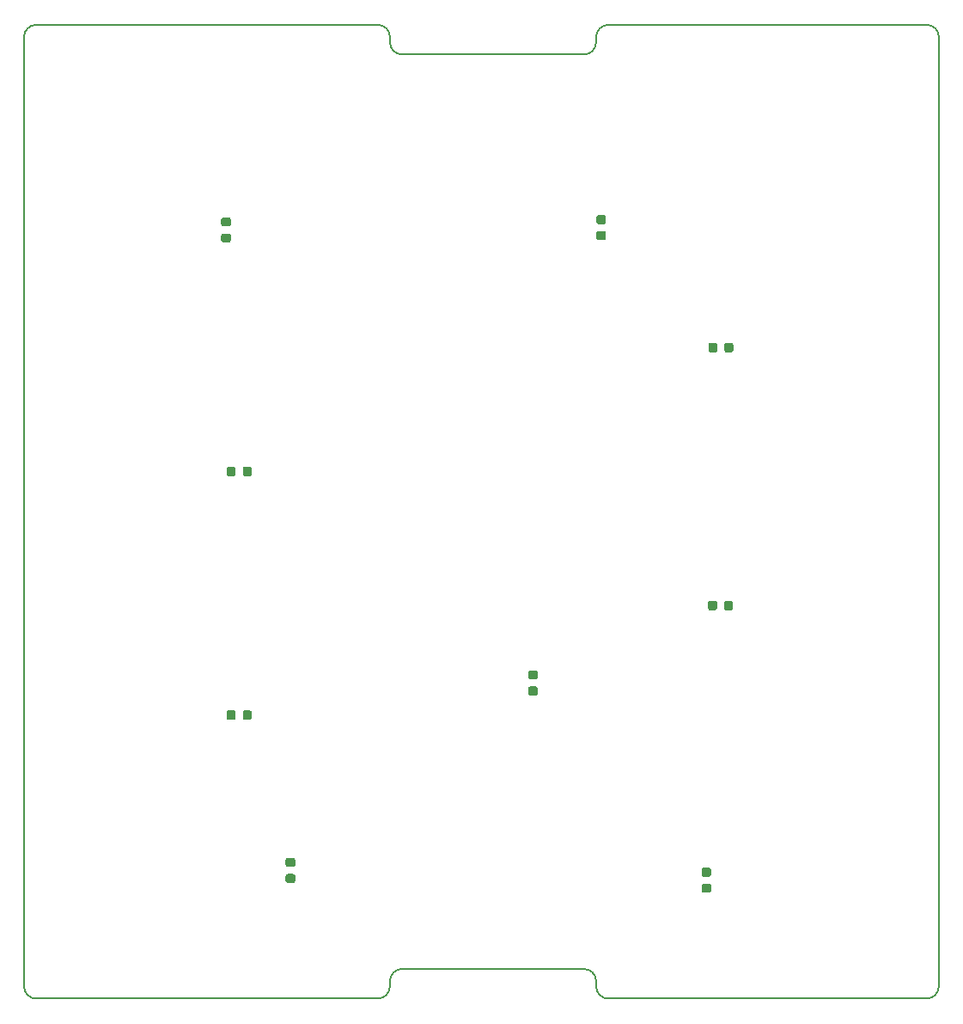
<source format=gbr>
%TF.GenerationSoftware,KiCad,Pcbnew,(5.0.1-3-g963ef8bb5)*%
%TF.CreationDate,2019-04-30T16:07:28+02:00*%
%TF.ProjectId,OIBUS_MOSFET_driver_module,4F494255535F4D4F534645545F647269,rev?*%
%TF.SameCoordinates,Original*%
%TF.FileFunction,Paste,Bot*%
%TF.FilePolarity,Positive*%
%FSLAX46Y46*%
G04 Gerber Fmt 4.6, Leading zero omitted, Abs format (unit mm)*
G04 Created by KiCad (PCBNEW (5.0.1-3-g963ef8bb5)) date 2019 April 30, Tuesday 16:07:28*
%MOMM*%
%LPD*%
G01*
G04 APERTURE LIST*
%ADD10C,0.200000*%
%ADD11C,0.150000*%
%ADD12C,0.875000*%
G04 APERTURE END LIST*
D10*
X138557000Y-44248000D02*
X138557000Y-137737999D01*
X138557000Y-137737999D02*
G75*
G02X137357000Y-138937999I-1200000J0D01*
G01*
X48387000Y-137738000D02*
X48387000Y-79629000D01*
X49587000Y-138938000D02*
G75*
G02X48387000Y-137738000I0J1200000D01*
G01*
X83257000Y-138937999D02*
X49587000Y-138938000D01*
X84457000Y-137737999D02*
G75*
G02X83257000Y-138937999I-1200000J0D01*
G01*
X84457000Y-137217999D02*
X84457000Y-137737999D01*
X84457000Y-137217999D02*
G75*
G02X85657000Y-136017999I1200000J0D01*
G01*
X103577000Y-136017999D02*
X85657000Y-136017999D01*
X105977000Y-138937999D02*
G75*
G02X104777000Y-137737999I0J1200000D01*
G01*
X137357000Y-138937999D02*
X105977000Y-138937999D01*
X103577000Y-136017999D02*
G75*
G02X104777000Y-137217999I0J-1200000D01*
G01*
X104777000Y-137737999D02*
X104777000Y-137217999D01*
X137357000Y-43048000D02*
G75*
G02X138557000Y-44248000I0J-1200000D01*
G01*
X105977000Y-43048000D02*
X137357000Y-43048000D01*
X104777000Y-44248000D02*
G75*
G02X105977000Y-43048000I1200000J0D01*
G01*
X104777000Y-44768035D02*
X104777000Y-44248000D01*
X104777000Y-44768035D02*
G75*
G02X103577000Y-45968035I-1200000J0D01*
G01*
X85657000Y-45968032D02*
X103577000Y-45968035D01*
X85657000Y-45968032D02*
G75*
G02X84457001Y-44768032I1J1200000D01*
G01*
X84457000Y-44248030D02*
X84457001Y-44768032D01*
X83257001Y-43048030D02*
G75*
G02X84457000Y-44248030I-1J-1200000D01*
G01*
X49587001Y-43048001D02*
X83257001Y-43048030D01*
X48387000Y-44248001D02*
G75*
G02X49587001Y-43048001I1200000J0D01*
G01*
X48386999Y-79658000D02*
X48387000Y-44248001D01*
D11*
G36*
X115923891Y-127630453D02*
X115945126Y-127633603D01*
X115965950Y-127638819D01*
X115986162Y-127646051D01*
X116005568Y-127655230D01*
X116023981Y-127666266D01*
X116041224Y-127679054D01*
X116057130Y-127693470D01*
X116071546Y-127709376D01*
X116084334Y-127726619D01*
X116095370Y-127745032D01*
X116104549Y-127764438D01*
X116111781Y-127784650D01*
X116116997Y-127805474D01*
X116120147Y-127826709D01*
X116121200Y-127848150D01*
X116121200Y-128285650D01*
X116120147Y-128307091D01*
X116116997Y-128328326D01*
X116111781Y-128349150D01*
X116104549Y-128369362D01*
X116095370Y-128388768D01*
X116084334Y-128407181D01*
X116071546Y-128424424D01*
X116057130Y-128440330D01*
X116041224Y-128454746D01*
X116023981Y-128467534D01*
X116005568Y-128478570D01*
X115986162Y-128487749D01*
X115965950Y-128494981D01*
X115945126Y-128500197D01*
X115923891Y-128503347D01*
X115902450Y-128504400D01*
X115389950Y-128504400D01*
X115368509Y-128503347D01*
X115347274Y-128500197D01*
X115326450Y-128494981D01*
X115306238Y-128487749D01*
X115286832Y-128478570D01*
X115268419Y-128467534D01*
X115251176Y-128454746D01*
X115235270Y-128440330D01*
X115220854Y-128424424D01*
X115208066Y-128407181D01*
X115197030Y-128388768D01*
X115187851Y-128369362D01*
X115180619Y-128349150D01*
X115175403Y-128328326D01*
X115172253Y-128307091D01*
X115171200Y-128285650D01*
X115171200Y-127848150D01*
X115172253Y-127826709D01*
X115175403Y-127805474D01*
X115180619Y-127784650D01*
X115187851Y-127764438D01*
X115197030Y-127745032D01*
X115208066Y-127726619D01*
X115220854Y-127709376D01*
X115235270Y-127693470D01*
X115251176Y-127679054D01*
X115268419Y-127666266D01*
X115286832Y-127655230D01*
X115306238Y-127646051D01*
X115326450Y-127638819D01*
X115347274Y-127633603D01*
X115368509Y-127630453D01*
X115389950Y-127629400D01*
X115902450Y-127629400D01*
X115923891Y-127630453D01*
X115923891Y-127630453D01*
G37*
D12*
X115646200Y-128066900D03*
D11*
G36*
X115923891Y-126055453D02*
X115945126Y-126058603D01*
X115965950Y-126063819D01*
X115986162Y-126071051D01*
X116005568Y-126080230D01*
X116023981Y-126091266D01*
X116041224Y-126104054D01*
X116057130Y-126118470D01*
X116071546Y-126134376D01*
X116084334Y-126151619D01*
X116095370Y-126170032D01*
X116104549Y-126189438D01*
X116111781Y-126209650D01*
X116116997Y-126230474D01*
X116120147Y-126251709D01*
X116121200Y-126273150D01*
X116121200Y-126710650D01*
X116120147Y-126732091D01*
X116116997Y-126753326D01*
X116111781Y-126774150D01*
X116104549Y-126794362D01*
X116095370Y-126813768D01*
X116084334Y-126832181D01*
X116071546Y-126849424D01*
X116057130Y-126865330D01*
X116041224Y-126879746D01*
X116023981Y-126892534D01*
X116005568Y-126903570D01*
X115986162Y-126912749D01*
X115965950Y-126919981D01*
X115945126Y-126925197D01*
X115923891Y-126928347D01*
X115902450Y-126929400D01*
X115389950Y-126929400D01*
X115368509Y-126928347D01*
X115347274Y-126925197D01*
X115326450Y-126919981D01*
X115306238Y-126912749D01*
X115286832Y-126903570D01*
X115268419Y-126892534D01*
X115251176Y-126879746D01*
X115235270Y-126865330D01*
X115220854Y-126849424D01*
X115208066Y-126832181D01*
X115197030Y-126813768D01*
X115187851Y-126794362D01*
X115180619Y-126774150D01*
X115175403Y-126753326D01*
X115172253Y-126732091D01*
X115171200Y-126710650D01*
X115171200Y-126273150D01*
X115172253Y-126251709D01*
X115175403Y-126230474D01*
X115180619Y-126209650D01*
X115187851Y-126189438D01*
X115197030Y-126170032D01*
X115208066Y-126151619D01*
X115220854Y-126134376D01*
X115235270Y-126118470D01*
X115251176Y-126104054D01*
X115268419Y-126091266D01*
X115286832Y-126080230D01*
X115306238Y-126071051D01*
X115326450Y-126063819D01*
X115347274Y-126058603D01*
X115368509Y-126055453D01*
X115389950Y-126054400D01*
X115902450Y-126054400D01*
X115923891Y-126055453D01*
X115923891Y-126055453D01*
G37*
D12*
X115646200Y-126491900D03*
D11*
G36*
X105560691Y-63368353D02*
X105581926Y-63371503D01*
X105602750Y-63376719D01*
X105622962Y-63383951D01*
X105642368Y-63393130D01*
X105660781Y-63404166D01*
X105678024Y-63416954D01*
X105693930Y-63431370D01*
X105708346Y-63447276D01*
X105721134Y-63464519D01*
X105732170Y-63482932D01*
X105741349Y-63502338D01*
X105748581Y-63522550D01*
X105753797Y-63543374D01*
X105756947Y-63564609D01*
X105758000Y-63586050D01*
X105758000Y-64023550D01*
X105756947Y-64044991D01*
X105753797Y-64066226D01*
X105748581Y-64087050D01*
X105741349Y-64107262D01*
X105732170Y-64126668D01*
X105721134Y-64145081D01*
X105708346Y-64162324D01*
X105693930Y-64178230D01*
X105678024Y-64192646D01*
X105660781Y-64205434D01*
X105642368Y-64216470D01*
X105622962Y-64225649D01*
X105602750Y-64232881D01*
X105581926Y-64238097D01*
X105560691Y-64241247D01*
X105539250Y-64242300D01*
X105026750Y-64242300D01*
X105005309Y-64241247D01*
X104984074Y-64238097D01*
X104963250Y-64232881D01*
X104943038Y-64225649D01*
X104923632Y-64216470D01*
X104905219Y-64205434D01*
X104887976Y-64192646D01*
X104872070Y-64178230D01*
X104857654Y-64162324D01*
X104844866Y-64145081D01*
X104833830Y-64126668D01*
X104824651Y-64107262D01*
X104817419Y-64087050D01*
X104812203Y-64066226D01*
X104809053Y-64044991D01*
X104808000Y-64023550D01*
X104808000Y-63586050D01*
X104809053Y-63564609D01*
X104812203Y-63543374D01*
X104817419Y-63522550D01*
X104824651Y-63502338D01*
X104833830Y-63482932D01*
X104844866Y-63464519D01*
X104857654Y-63447276D01*
X104872070Y-63431370D01*
X104887976Y-63416954D01*
X104905219Y-63404166D01*
X104923632Y-63393130D01*
X104943038Y-63383951D01*
X104963250Y-63376719D01*
X104984074Y-63371503D01*
X105005309Y-63368353D01*
X105026750Y-63367300D01*
X105539250Y-63367300D01*
X105560691Y-63368353D01*
X105560691Y-63368353D01*
G37*
D12*
X105283000Y-63804800D03*
D11*
G36*
X105560691Y-61793353D02*
X105581926Y-61796503D01*
X105602750Y-61801719D01*
X105622962Y-61808951D01*
X105642368Y-61818130D01*
X105660781Y-61829166D01*
X105678024Y-61841954D01*
X105693930Y-61856370D01*
X105708346Y-61872276D01*
X105721134Y-61889519D01*
X105732170Y-61907932D01*
X105741349Y-61927338D01*
X105748581Y-61947550D01*
X105753797Y-61968374D01*
X105756947Y-61989609D01*
X105758000Y-62011050D01*
X105758000Y-62448550D01*
X105756947Y-62469991D01*
X105753797Y-62491226D01*
X105748581Y-62512050D01*
X105741349Y-62532262D01*
X105732170Y-62551668D01*
X105721134Y-62570081D01*
X105708346Y-62587324D01*
X105693930Y-62603230D01*
X105678024Y-62617646D01*
X105660781Y-62630434D01*
X105642368Y-62641470D01*
X105622962Y-62650649D01*
X105602750Y-62657881D01*
X105581926Y-62663097D01*
X105560691Y-62666247D01*
X105539250Y-62667300D01*
X105026750Y-62667300D01*
X105005309Y-62666247D01*
X104984074Y-62663097D01*
X104963250Y-62657881D01*
X104943038Y-62650649D01*
X104923632Y-62641470D01*
X104905219Y-62630434D01*
X104887976Y-62617646D01*
X104872070Y-62603230D01*
X104857654Y-62587324D01*
X104844866Y-62570081D01*
X104833830Y-62551668D01*
X104824651Y-62532262D01*
X104817419Y-62512050D01*
X104812203Y-62491226D01*
X104809053Y-62469991D01*
X104808000Y-62448550D01*
X104808000Y-62011050D01*
X104809053Y-61989609D01*
X104812203Y-61968374D01*
X104817419Y-61947550D01*
X104824651Y-61927338D01*
X104833830Y-61907932D01*
X104844866Y-61889519D01*
X104857654Y-61872276D01*
X104872070Y-61856370D01*
X104887976Y-61841954D01*
X104905219Y-61829166D01*
X104923632Y-61818130D01*
X104943038Y-61808951D01*
X104963250Y-61801719D01*
X104984074Y-61796503D01*
X105005309Y-61793353D01*
X105026750Y-61792300D01*
X105539250Y-61792300D01*
X105560691Y-61793353D01*
X105560691Y-61793353D01*
G37*
D12*
X105283000Y-62229800D03*
D11*
G36*
X69048691Y-86546453D02*
X69069926Y-86549603D01*
X69090750Y-86554819D01*
X69110962Y-86562051D01*
X69130368Y-86571230D01*
X69148781Y-86582266D01*
X69166024Y-86595054D01*
X69181930Y-86609470D01*
X69196346Y-86625376D01*
X69209134Y-86642619D01*
X69220170Y-86661032D01*
X69229349Y-86680438D01*
X69236581Y-86700650D01*
X69241797Y-86721474D01*
X69244947Y-86742709D01*
X69246000Y-86764150D01*
X69246000Y-87276650D01*
X69244947Y-87298091D01*
X69241797Y-87319326D01*
X69236581Y-87340150D01*
X69229349Y-87360362D01*
X69220170Y-87379768D01*
X69209134Y-87398181D01*
X69196346Y-87415424D01*
X69181930Y-87431330D01*
X69166024Y-87445746D01*
X69148781Y-87458534D01*
X69130368Y-87469570D01*
X69110962Y-87478749D01*
X69090750Y-87485981D01*
X69069926Y-87491197D01*
X69048691Y-87494347D01*
X69027250Y-87495400D01*
X68589750Y-87495400D01*
X68568309Y-87494347D01*
X68547074Y-87491197D01*
X68526250Y-87485981D01*
X68506038Y-87478749D01*
X68486632Y-87469570D01*
X68468219Y-87458534D01*
X68450976Y-87445746D01*
X68435070Y-87431330D01*
X68420654Y-87415424D01*
X68407866Y-87398181D01*
X68396830Y-87379768D01*
X68387651Y-87360362D01*
X68380419Y-87340150D01*
X68375203Y-87319326D01*
X68372053Y-87298091D01*
X68371000Y-87276650D01*
X68371000Y-86764150D01*
X68372053Y-86742709D01*
X68375203Y-86721474D01*
X68380419Y-86700650D01*
X68387651Y-86680438D01*
X68396830Y-86661032D01*
X68407866Y-86642619D01*
X68420654Y-86625376D01*
X68435070Y-86609470D01*
X68450976Y-86595054D01*
X68468219Y-86582266D01*
X68486632Y-86571230D01*
X68506038Y-86562051D01*
X68526250Y-86554819D01*
X68547074Y-86549603D01*
X68568309Y-86546453D01*
X68589750Y-86545400D01*
X69027250Y-86545400D01*
X69048691Y-86546453D01*
X69048691Y-86546453D01*
G37*
D12*
X68808500Y-87020400D03*
D11*
G36*
X70623691Y-86546453D02*
X70644926Y-86549603D01*
X70665750Y-86554819D01*
X70685962Y-86562051D01*
X70705368Y-86571230D01*
X70723781Y-86582266D01*
X70741024Y-86595054D01*
X70756930Y-86609470D01*
X70771346Y-86625376D01*
X70784134Y-86642619D01*
X70795170Y-86661032D01*
X70804349Y-86680438D01*
X70811581Y-86700650D01*
X70816797Y-86721474D01*
X70819947Y-86742709D01*
X70821000Y-86764150D01*
X70821000Y-87276650D01*
X70819947Y-87298091D01*
X70816797Y-87319326D01*
X70811581Y-87340150D01*
X70804349Y-87360362D01*
X70795170Y-87379768D01*
X70784134Y-87398181D01*
X70771346Y-87415424D01*
X70756930Y-87431330D01*
X70741024Y-87445746D01*
X70723781Y-87458534D01*
X70705368Y-87469570D01*
X70685962Y-87478749D01*
X70665750Y-87485981D01*
X70644926Y-87491197D01*
X70623691Y-87494347D01*
X70602250Y-87495400D01*
X70164750Y-87495400D01*
X70143309Y-87494347D01*
X70122074Y-87491197D01*
X70101250Y-87485981D01*
X70081038Y-87478749D01*
X70061632Y-87469570D01*
X70043219Y-87458534D01*
X70025976Y-87445746D01*
X70010070Y-87431330D01*
X69995654Y-87415424D01*
X69982866Y-87398181D01*
X69971830Y-87379768D01*
X69962651Y-87360362D01*
X69955419Y-87340150D01*
X69950203Y-87319326D01*
X69947053Y-87298091D01*
X69946000Y-87276650D01*
X69946000Y-86764150D01*
X69947053Y-86742709D01*
X69950203Y-86721474D01*
X69955419Y-86700650D01*
X69962651Y-86680438D01*
X69971830Y-86661032D01*
X69982866Y-86642619D01*
X69995654Y-86625376D01*
X70010070Y-86609470D01*
X70025976Y-86595054D01*
X70043219Y-86582266D01*
X70061632Y-86571230D01*
X70081038Y-86562051D01*
X70101250Y-86554819D01*
X70122074Y-86549603D01*
X70143309Y-86546453D01*
X70164750Y-86545400D01*
X70602250Y-86545400D01*
X70623691Y-86546453D01*
X70623691Y-86546453D01*
G37*
D12*
X70383500Y-87020400D03*
D11*
G36*
X70623691Y-110549453D02*
X70644926Y-110552603D01*
X70665750Y-110557819D01*
X70685962Y-110565051D01*
X70705368Y-110574230D01*
X70723781Y-110585266D01*
X70741024Y-110598054D01*
X70756930Y-110612470D01*
X70771346Y-110628376D01*
X70784134Y-110645619D01*
X70795170Y-110664032D01*
X70804349Y-110683438D01*
X70811581Y-110703650D01*
X70816797Y-110724474D01*
X70819947Y-110745709D01*
X70821000Y-110767150D01*
X70821000Y-111279650D01*
X70819947Y-111301091D01*
X70816797Y-111322326D01*
X70811581Y-111343150D01*
X70804349Y-111363362D01*
X70795170Y-111382768D01*
X70784134Y-111401181D01*
X70771346Y-111418424D01*
X70756930Y-111434330D01*
X70741024Y-111448746D01*
X70723781Y-111461534D01*
X70705368Y-111472570D01*
X70685962Y-111481749D01*
X70665750Y-111488981D01*
X70644926Y-111494197D01*
X70623691Y-111497347D01*
X70602250Y-111498400D01*
X70164750Y-111498400D01*
X70143309Y-111497347D01*
X70122074Y-111494197D01*
X70101250Y-111488981D01*
X70081038Y-111481749D01*
X70061632Y-111472570D01*
X70043219Y-111461534D01*
X70025976Y-111448746D01*
X70010070Y-111434330D01*
X69995654Y-111418424D01*
X69982866Y-111401181D01*
X69971830Y-111382768D01*
X69962651Y-111363362D01*
X69955419Y-111343150D01*
X69950203Y-111322326D01*
X69947053Y-111301091D01*
X69946000Y-111279650D01*
X69946000Y-110767150D01*
X69947053Y-110745709D01*
X69950203Y-110724474D01*
X69955419Y-110703650D01*
X69962651Y-110683438D01*
X69971830Y-110664032D01*
X69982866Y-110645619D01*
X69995654Y-110628376D01*
X70010070Y-110612470D01*
X70025976Y-110598054D01*
X70043219Y-110585266D01*
X70061632Y-110574230D01*
X70081038Y-110565051D01*
X70101250Y-110557819D01*
X70122074Y-110552603D01*
X70143309Y-110549453D01*
X70164750Y-110548400D01*
X70602250Y-110548400D01*
X70623691Y-110549453D01*
X70623691Y-110549453D01*
G37*
D12*
X70383500Y-111023400D03*
D11*
G36*
X69048691Y-110549453D02*
X69069926Y-110552603D01*
X69090750Y-110557819D01*
X69110962Y-110565051D01*
X69130368Y-110574230D01*
X69148781Y-110585266D01*
X69166024Y-110598054D01*
X69181930Y-110612470D01*
X69196346Y-110628376D01*
X69209134Y-110645619D01*
X69220170Y-110664032D01*
X69229349Y-110683438D01*
X69236581Y-110703650D01*
X69241797Y-110724474D01*
X69244947Y-110745709D01*
X69246000Y-110767150D01*
X69246000Y-111279650D01*
X69244947Y-111301091D01*
X69241797Y-111322326D01*
X69236581Y-111343150D01*
X69229349Y-111363362D01*
X69220170Y-111382768D01*
X69209134Y-111401181D01*
X69196346Y-111418424D01*
X69181930Y-111434330D01*
X69166024Y-111448746D01*
X69148781Y-111461534D01*
X69130368Y-111472570D01*
X69110962Y-111481749D01*
X69090750Y-111488981D01*
X69069926Y-111494197D01*
X69048691Y-111497347D01*
X69027250Y-111498400D01*
X68589750Y-111498400D01*
X68568309Y-111497347D01*
X68547074Y-111494197D01*
X68526250Y-111488981D01*
X68506038Y-111481749D01*
X68486632Y-111472570D01*
X68468219Y-111461534D01*
X68450976Y-111448746D01*
X68435070Y-111434330D01*
X68420654Y-111418424D01*
X68407866Y-111401181D01*
X68396830Y-111382768D01*
X68387651Y-111363362D01*
X68380419Y-111343150D01*
X68375203Y-111322326D01*
X68372053Y-111301091D01*
X68371000Y-111279650D01*
X68371000Y-110767150D01*
X68372053Y-110745709D01*
X68375203Y-110724474D01*
X68380419Y-110703650D01*
X68387651Y-110683438D01*
X68396830Y-110664032D01*
X68407866Y-110645619D01*
X68420654Y-110628376D01*
X68435070Y-110612470D01*
X68450976Y-110598054D01*
X68468219Y-110585266D01*
X68486632Y-110574230D01*
X68506038Y-110565051D01*
X68526250Y-110557819D01*
X68547074Y-110552603D01*
X68568309Y-110549453D01*
X68589750Y-110548400D01*
X69027250Y-110548400D01*
X69048691Y-110549453D01*
X69048691Y-110549453D01*
G37*
D12*
X68808500Y-111023400D03*
D11*
G36*
X74928291Y-126665253D02*
X74949526Y-126668403D01*
X74970350Y-126673619D01*
X74990562Y-126680851D01*
X75009968Y-126690030D01*
X75028381Y-126701066D01*
X75045624Y-126713854D01*
X75061530Y-126728270D01*
X75075946Y-126744176D01*
X75088734Y-126761419D01*
X75099770Y-126779832D01*
X75108949Y-126799238D01*
X75116181Y-126819450D01*
X75121397Y-126840274D01*
X75124547Y-126861509D01*
X75125600Y-126882950D01*
X75125600Y-127320450D01*
X75124547Y-127341891D01*
X75121397Y-127363126D01*
X75116181Y-127383950D01*
X75108949Y-127404162D01*
X75099770Y-127423568D01*
X75088734Y-127441981D01*
X75075946Y-127459224D01*
X75061530Y-127475130D01*
X75045624Y-127489546D01*
X75028381Y-127502334D01*
X75009968Y-127513370D01*
X74990562Y-127522549D01*
X74970350Y-127529781D01*
X74949526Y-127534997D01*
X74928291Y-127538147D01*
X74906850Y-127539200D01*
X74394350Y-127539200D01*
X74372909Y-127538147D01*
X74351674Y-127534997D01*
X74330850Y-127529781D01*
X74310638Y-127522549D01*
X74291232Y-127513370D01*
X74272819Y-127502334D01*
X74255576Y-127489546D01*
X74239670Y-127475130D01*
X74225254Y-127459224D01*
X74212466Y-127441981D01*
X74201430Y-127423568D01*
X74192251Y-127404162D01*
X74185019Y-127383950D01*
X74179803Y-127363126D01*
X74176653Y-127341891D01*
X74175600Y-127320450D01*
X74175600Y-126882950D01*
X74176653Y-126861509D01*
X74179803Y-126840274D01*
X74185019Y-126819450D01*
X74192251Y-126799238D01*
X74201430Y-126779832D01*
X74212466Y-126761419D01*
X74225254Y-126744176D01*
X74239670Y-126728270D01*
X74255576Y-126713854D01*
X74272819Y-126701066D01*
X74291232Y-126690030D01*
X74310638Y-126680851D01*
X74330850Y-126673619D01*
X74351674Y-126668403D01*
X74372909Y-126665253D01*
X74394350Y-126664200D01*
X74906850Y-126664200D01*
X74928291Y-126665253D01*
X74928291Y-126665253D01*
G37*
D12*
X74650600Y-127101700D03*
D11*
G36*
X74928291Y-125090253D02*
X74949526Y-125093403D01*
X74970350Y-125098619D01*
X74990562Y-125105851D01*
X75009968Y-125115030D01*
X75028381Y-125126066D01*
X75045624Y-125138854D01*
X75061530Y-125153270D01*
X75075946Y-125169176D01*
X75088734Y-125186419D01*
X75099770Y-125204832D01*
X75108949Y-125224238D01*
X75116181Y-125244450D01*
X75121397Y-125265274D01*
X75124547Y-125286509D01*
X75125600Y-125307950D01*
X75125600Y-125745450D01*
X75124547Y-125766891D01*
X75121397Y-125788126D01*
X75116181Y-125808950D01*
X75108949Y-125829162D01*
X75099770Y-125848568D01*
X75088734Y-125866981D01*
X75075946Y-125884224D01*
X75061530Y-125900130D01*
X75045624Y-125914546D01*
X75028381Y-125927334D01*
X75009968Y-125938370D01*
X74990562Y-125947549D01*
X74970350Y-125954781D01*
X74949526Y-125959997D01*
X74928291Y-125963147D01*
X74906850Y-125964200D01*
X74394350Y-125964200D01*
X74372909Y-125963147D01*
X74351674Y-125959997D01*
X74330850Y-125954781D01*
X74310638Y-125947549D01*
X74291232Y-125938370D01*
X74272819Y-125927334D01*
X74255576Y-125914546D01*
X74239670Y-125900130D01*
X74225254Y-125884224D01*
X74212466Y-125866981D01*
X74201430Y-125848568D01*
X74192251Y-125829162D01*
X74185019Y-125808950D01*
X74179803Y-125788126D01*
X74176653Y-125766891D01*
X74175600Y-125745450D01*
X74175600Y-125307950D01*
X74176653Y-125286509D01*
X74179803Y-125265274D01*
X74185019Y-125244450D01*
X74192251Y-125224238D01*
X74201430Y-125204832D01*
X74212466Y-125186419D01*
X74225254Y-125169176D01*
X74239670Y-125153270D01*
X74255576Y-125138854D01*
X74272819Y-125126066D01*
X74291232Y-125115030D01*
X74310638Y-125105851D01*
X74330850Y-125098619D01*
X74351674Y-125093403D01*
X74372909Y-125090253D01*
X74394350Y-125089200D01*
X74906850Y-125089200D01*
X74928291Y-125090253D01*
X74928291Y-125090253D01*
G37*
D12*
X74650600Y-125526700D03*
D11*
G36*
X116521291Y-74354453D02*
X116542526Y-74357603D01*
X116563350Y-74362819D01*
X116583562Y-74370051D01*
X116602968Y-74379230D01*
X116621381Y-74390266D01*
X116638624Y-74403054D01*
X116654530Y-74417470D01*
X116668946Y-74433376D01*
X116681734Y-74450619D01*
X116692770Y-74469032D01*
X116701949Y-74488438D01*
X116709181Y-74508650D01*
X116714397Y-74529474D01*
X116717547Y-74550709D01*
X116718600Y-74572150D01*
X116718600Y-75084650D01*
X116717547Y-75106091D01*
X116714397Y-75127326D01*
X116709181Y-75148150D01*
X116701949Y-75168362D01*
X116692770Y-75187768D01*
X116681734Y-75206181D01*
X116668946Y-75223424D01*
X116654530Y-75239330D01*
X116638624Y-75253746D01*
X116621381Y-75266534D01*
X116602968Y-75277570D01*
X116583562Y-75286749D01*
X116563350Y-75293981D01*
X116542526Y-75299197D01*
X116521291Y-75302347D01*
X116499850Y-75303400D01*
X116062350Y-75303400D01*
X116040909Y-75302347D01*
X116019674Y-75299197D01*
X115998850Y-75293981D01*
X115978638Y-75286749D01*
X115959232Y-75277570D01*
X115940819Y-75266534D01*
X115923576Y-75253746D01*
X115907670Y-75239330D01*
X115893254Y-75223424D01*
X115880466Y-75206181D01*
X115869430Y-75187768D01*
X115860251Y-75168362D01*
X115853019Y-75148150D01*
X115847803Y-75127326D01*
X115844653Y-75106091D01*
X115843600Y-75084650D01*
X115843600Y-74572150D01*
X115844653Y-74550709D01*
X115847803Y-74529474D01*
X115853019Y-74508650D01*
X115860251Y-74488438D01*
X115869430Y-74469032D01*
X115880466Y-74450619D01*
X115893254Y-74433376D01*
X115907670Y-74417470D01*
X115923576Y-74403054D01*
X115940819Y-74390266D01*
X115959232Y-74379230D01*
X115978638Y-74370051D01*
X115998850Y-74362819D01*
X116019674Y-74357603D01*
X116040909Y-74354453D01*
X116062350Y-74353400D01*
X116499850Y-74353400D01*
X116521291Y-74354453D01*
X116521291Y-74354453D01*
G37*
D12*
X116281100Y-74828400D03*
D11*
G36*
X118096291Y-74354453D02*
X118117526Y-74357603D01*
X118138350Y-74362819D01*
X118158562Y-74370051D01*
X118177968Y-74379230D01*
X118196381Y-74390266D01*
X118213624Y-74403054D01*
X118229530Y-74417470D01*
X118243946Y-74433376D01*
X118256734Y-74450619D01*
X118267770Y-74469032D01*
X118276949Y-74488438D01*
X118284181Y-74508650D01*
X118289397Y-74529474D01*
X118292547Y-74550709D01*
X118293600Y-74572150D01*
X118293600Y-75084650D01*
X118292547Y-75106091D01*
X118289397Y-75127326D01*
X118284181Y-75148150D01*
X118276949Y-75168362D01*
X118267770Y-75187768D01*
X118256734Y-75206181D01*
X118243946Y-75223424D01*
X118229530Y-75239330D01*
X118213624Y-75253746D01*
X118196381Y-75266534D01*
X118177968Y-75277570D01*
X118158562Y-75286749D01*
X118138350Y-75293981D01*
X118117526Y-75299197D01*
X118096291Y-75302347D01*
X118074850Y-75303400D01*
X117637350Y-75303400D01*
X117615909Y-75302347D01*
X117594674Y-75299197D01*
X117573850Y-75293981D01*
X117553638Y-75286749D01*
X117534232Y-75277570D01*
X117515819Y-75266534D01*
X117498576Y-75253746D01*
X117482670Y-75239330D01*
X117468254Y-75223424D01*
X117455466Y-75206181D01*
X117444430Y-75187768D01*
X117435251Y-75168362D01*
X117428019Y-75148150D01*
X117422803Y-75127326D01*
X117419653Y-75106091D01*
X117418600Y-75084650D01*
X117418600Y-74572150D01*
X117419653Y-74550709D01*
X117422803Y-74529474D01*
X117428019Y-74508650D01*
X117435251Y-74488438D01*
X117444430Y-74469032D01*
X117455466Y-74450619D01*
X117468254Y-74433376D01*
X117482670Y-74417470D01*
X117498576Y-74403054D01*
X117515819Y-74390266D01*
X117534232Y-74379230D01*
X117553638Y-74370051D01*
X117573850Y-74362819D01*
X117594674Y-74357603D01*
X117615909Y-74354453D01*
X117637350Y-74353400D01*
X118074850Y-74353400D01*
X118096291Y-74354453D01*
X118096291Y-74354453D01*
G37*
D12*
X117856100Y-74828400D03*
D11*
G36*
X68578291Y-62022053D02*
X68599526Y-62025203D01*
X68620350Y-62030419D01*
X68640562Y-62037651D01*
X68659968Y-62046830D01*
X68678381Y-62057866D01*
X68695624Y-62070654D01*
X68711530Y-62085070D01*
X68725946Y-62100976D01*
X68738734Y-62118219D01*
X68749770Y-62136632D01*
X68758949Y-62156038D01*
X68766181Y-62176250D01*
X68771397Y-62197074D01*
X68774547Y-62218309D01*
X68775600Y-62239750D01*
X68775600Y-62677250D01*
X68774547Y-62698691D01*
X68771397Y-62719926D01*
X68766181Y-62740750D01*
X68758949Y-62760962D01*
X68749770Y-62780368D01*
X68738734Y-62798781D01*
X68725946Y-62816024D01*
X68711530Y-62831930D01*
X68695624Y-62846346D01*
X68678381Y-62859134D01*
X68659968Y-62870170D01*
X68640562Y-62879349D01*
X68620350Y-62886581D01*
X68599526Y-62891797D01*
X68578291Y-62894947D01*
X68556850Y-62896000D01*
X68044350Y-62896000D01*
X68022909Y-62894947D01*
X68001674Y-62891797D01*
X67980850Y-62886581D01*
X67960638Y-62879349D01*
X67941232Y-62870170D01*
X67922819Y-62859134D01*
X67905576Y-62846346D01*
X67889670Y-62831930D01*
X67875254Y-62816024D01*
X67862466Y-62798781D01*
X67851430Y-62780368D01*
X67842251Y-62760962D01*
X67835019Y-62740750D01*
X67829803Y-62719926D01*
X67826653Y-62698691D01*
X67825600Y-62677250D01*
X67825600Y-62239750D01*
X67826653Y-62218309D01*
X67829803Y-62197074D01*
X67835019Y-62176250D01*
X67842251Y-62156038D01*
X67851430Y-62136632D01*
X67862466Y-62118219D01*
X67875254Y-62100976D01*
X67889670Y-62085070D01*
X67905576Y-62070654D01*
X67922819Y-62057866D01*
X67941232Y-62046830D01*
X67960638Y-62037651D01*
X67980850Y-62030419D01*
X68001674Y-62025203D01*
X68022909Y-62022053D01*
X68044350Y-62021000D01*
X68556850Y-62021000D01*
X68578291Y-62022053D01*
X68578291Y-62022053D01*
G37*
D12*
X68300600Y-62458500D03*
D11*
G36*
X68578291Y-63597053D02*
X68599526Y-63600203D01*
X68620350Y-63605419D01*
X68640562Y-63612651D01*
X68659968Y-63621830D01*
X68678381Y-63632866D01*
X68695624Y-63645654D01*
X68711530Y-63660070D01*
X68725946Y-63675976D01*
X68738734Y-63693219D01*
X68749770Y-63711632D01*
X68758949Y-63731038D01*
X68766181Y-63751250D01*
X68771397Y-63772074D01*
X68774547Y-63793309D01*
X68775600Y-63814750D01*
X68775600Y-64252250D01*
X68774547Y-64273691D01*
X68771397Y-64294926D01*
X68766181Y-64315750D01*
X68758949Y-64335962D01*
X68749770Y-64355368D01*
X68738734Y-64373781D01*
X68725946Y-64391024D01*
X68711530Y-64406930D01*
X68695624Y-64421346D01*
X68678381Y-64434134D01*
X68659968Y-64445170D01*
X68640562Y-64454349D01*
X68620350Y-64461581D01*
X68599526Y-64466797D01*
X68578291Y-64469947D01*
X68556850Y-64471000D01*
X68044350Y-64471000D01*
X68022909Y-64469947D01*
X68001674Y-64466797D01*
X67980850Y-64461581D01*
X67960638Y-64454349D01*
X67941232Y-64445170D01*
X67922819Y-64434134D01*
X67905576Y-64421346D01*
X67889670Y-64406930D01*
X67875254Y-64391024D01*
X67862466Y-64373781D01*
X67851430Y-64355368D01*
X67842251Y-64335962D01*
X67835019Y-64315750D01*
X67829803Y-64294926D01*
X67826653Y-64273691D01*
X67825600Y-64252250D01*
X67825600Y-63814750D01*
X67826653Y-63793309D01*
X67829803Y-63772074D01*
X67835019Y-63751250D01*
X67842251Y-63731038D01*
X67851430Y-63711632D01*
X67862466Y-63693219D01*
X67875254Y-63675976D01*
X67889670Y-63660070D01*
X67905576Y-63645654D01*
X67922819Y-63632866D01*
X67941232Y-63621830D01*
X67960638Y-63612651D01*
X67980850Y-63605419D01*
X68001674Y-63600203D01*
X68022909Y-63597053D01*
X68044350Y-63596000D01*
X68556850Y-63596000D01*
X68578291Y-63597053D01*
X68578291Y-63597053D01*
G37*
D12*
X68300600Y-64033500D03*
D11*
G36*
X98829691Y-108199453D02*
X98850926Y-108202603D01*
X98871750Y-108207819D01*
X98891962Y-108215051D01*
X98911368Y-108224230D01*
X98929781Y-108235266D01*
X98947024Y-108248054D01*
X98962930Y-108262470D01*
X98977346Y-108278376D01*
X98990134Y-108295619D01*
X99001170Y-108314032D01*
X99010349Y-108333438D01*
X99017581Y-108353650D01*
X99022797Y-108374474D01*
X99025947Y-108395709D01*
X99027000Y-108417150D01*
X99027000Y-108854650D01*
X99025947Y-108876091D01*
X99022797Y-108897326D01*
X99017581Y-108918150D01*
X99010349Y-108938362D01*
X99001170Y-108957768D01*
X98990134Y-108976181D01*
X98977346Y-108993424D01*
X98962930Y-109009330D01*
X98947024Y-109023746D01*
X98929781Y-109036534D01*
X98911368Y-109047570D01*
X98891962Y-109056749D01*
X98871750Y-109063981D01*
X98850926Y-109069197D01*
X98829691Y-109072347D01*
X98808250Y-109073400D01*
X98295750Y-109073400D01*
X98274309Y-109072347D01*
X98253074Y-109069197D01*
X98232250Y-109063981D01*
X98212038Y-109056749D01*
X98192632Y-109047570D01*
X98174219Y-109036534D01*
X98156976Y-109023746D01*
X98141070Y-109009330D01*
X98126654Y-108993424D01*
X98113866Y-108976181D01*
X98102830Y-108957768D01*
X98093651Y-108938362D01*
X98086419Y-108918150D01*
X98081203Y-108897326D01*
X98078053Y-108876091D01*
X98077000Y-108854650D01*
X98077000Y-108417150D01*
X98078053Y-108395709D01*
X98081203Y-108374474D01*
X98086419Y-108353650D01*
X98093651Y-108333438D01*
X98102830Y-108314032D01*
X98113866Y-108295619D01*
X98126654Y-108278376D01*
X98141070Y-108262470D01*
X98156976Y-108248054D01*
X98174219Y-108235266D01*
X98192632Y-108224230D01*
X98212038Y-108215051D01*
X98232250Y-108207819D01*
X98253074Y-108202603D01*
X98274309Y-108199453D01*
X98295750Y-108198400D01*
X98808250Y-108198400D01*
X98829691Y-108199453D01*
X98829691Y-108199453D01*
G37*
D12*
X98552000Y-108635900D03*
D11*
G36*
X98829691Y-106624453D02*
X98850926Y-106627603D01*
X98871750Y-106632819D01*
X98891962Y-106640051D01*
X98911368Y-106649230D01*
X98929781Y-106660266D01*
X98947024Y-106673054D01*
X98962930Y-106687470D01*
X98977346Y-106703376D01*
X98990134Y-106720619D01*
X99001170Y-106739032D01*
X99010349Y-106758438D01*
X99017581Y-106778650D01*
X99022797Y-106799474D01*
X99025947Y-106820709D01*
X99027000Y-106842150D01*
X99027000Y-107279650D01*
X99025947Y-107301091D01*
X99022797Y-107322326D01*
X99017581Y-107343150D01*
X99010349Y-107363362D01*
X99001170Y-107382768D01*
X98990134Y-107401181D01*
X98977346Y-107418424D01*
X98962930Y-107434330D01*
X98947024Y-107448746D01*
X98929781Y-107461534D01*
X98911368Y-107472570D01*
X98891962Y-107481749D01*
X98871750Y-107488981D01*
X98850926Y-107494197D01*
X98829691Y-107497347D01*
X98808250Y-107498400D01*
X98295750Y-107498400D01*
X98274309Y-107497347D01*
X98253074Y-107494197D01*
X98232250Y-107488981D01*
X98212038Y-107481749D01*
X98192632Y-107472570D01*
X98174219Y-107461534D01*
X98156976Y-107448746D01*
X98141070Y-107434330D01*
X98126654Y-107418424D01*
X98113866Y-107401181D01*
X98102830Y-107382768D01*
X98093651Y-107363362D01*
X98086419Y-107343150D01*
X98081203Y-107322326D01*
X98078053Y-107301091D01*
X98077000Y-107279650D01*
X98077000Y-106842150D01*
X98078053Y-106820709D01*
X98081203Y-106799474D01*
X98086419Y-106778650D01*
X98093651Y-106758438D01*
X98102830Y-106739032D01*
X98113866Y-106720619D01*
X98126654Y-106703376D01*
X98141070Y-106687470D01*
X98156976Y-106673054D01*
X98174219Y-106660266D01*
X98192632Y-106649230D01*
X98212038Y-106640051D01*
X98232250Y-106632819D01*
X98253074Y-106627603D01*
X98274309Y-106624453D01*
X98295750Y-106623400D01*
X98808250Y-106623400D01*
X98829691Y-106624453D01*
X98829691Y-106624453D01*
G37*
D12*
X98552000Y-107060900D03*
D11*
G36*
X116495891Y-99754453D02*
X116517126Y-99757603D01*
X116537950Y-99762819D01*
X116558162Y-99770051D01*
X116577568Y-99779230D01*
X116595981Y-99790266D01*
X116613224Y-99803054D01*
X116629130Y-99817470D01*
X116643546Y-99833376D01*
X116656334Y-99850619D01*
X116667370Y-99869032D01*
X116676549Y-99888438D01*
X116683781Y-99908650D01*
X116688997Y-99929474D01*
X116692147Y-99950709D01*
X116693200Y-99972150D01*
X116693200Y-100484650D01*
X116692147Y-100506091D01*
X116688997Y-100527326D01*
X116683781Y-100548150D01*
X116676549Y-100568362D01*
X116667370Y-100587768D01*
X116656334Y-100606181D01*
X116643546Y-100623424D01*
X116629130Y-100639330D01*
X116613224Y-100653746D01*
X116595981Y-100666534D01*
X116577568Y-100677570D01*
X116558162Y-100686749D01*
X116537950Y-100693981D01*
X116517126Y-100699197D01*
X116495891Y-100702347D01*
X116474450Y-100703400D01*
X116036950Y-100703400D01*
X116015509Y-100702347D01*
X115994274Y-100699197D01*
X115973450Y-100693981D01*
X115953238Y-100686749D01*
X115933832Y-100677570D01*
X115915419Y-100666534D01*
X115898176Y-100653746D01*
X115882270Y-100639330D01*
X115867854Y-100623424D01*
X115855066Y-100606181D01*
X115844030Y-100587768D01*
X115834851Y-100568362D01*
X115827619Y-100548150D01*
X115822403Y-100527326D01*
X115819253Y-100506091D01*
X115818200Y-100484650D01*
X115818200Y-99972150D01*
X115819253Y-99950709D01*
X115822403Y-99929474D01*
X115827619Y-99908650D01*
X115834851Y-99888438D01*
X115844030Y-99869032D01*
X115855066Y-99850619D01*
X115867854Y-99833376D01*
X115882270Y-99817470D01*
X115898176Y-99803054D01*
X115915419Y-99790266D01*
X115933832Y-99779230D01*
X115953238Y-99770051D01*
X115973450Y-99762819D01*
X115994274Y-99757603D01*
X116015509Y-99754453D01*
X116036950Y-99753400D01*
X116474450Y-99753400D01*
X116495891Y-99754453D01*
X116495891Y-99754453D01*
G37*
D12*
X116255700Y-100228400D03*
D11*
G36*
X118070891Y-99754453D02*
X118092126Y-99757603D01*
X118112950Y-99762819D01*
X118133162Y-99770051D01*
X118152568Y-99779230D01*
X118170981Y-99790266D01*
X118188224Y-99803054D01*
X118204130Y-99817470D01*
X118218546Y-99833376D01*
X118231334Y-99850619D01*
X118242370Y-99869032D01*
X118251549Y-99888438D01*
X118258781Y-99908650D01*
X118263997Y-99929474D01*
X118267147Y-99950709D01*
X118268200Y-99972150D01*
X118268200Y-100484650D01*
X118267147Y-100506091D01*
X118263997Y-100527326D01*
X118258781Y-100548150D01*
X118251549Y-100568362D01*
X118242370Y-100587768D01*
X118231334Y-100606181D01*
X118218546Y-100623424D01*
X118204130Y-100639330D01*
X118188224Y-100653746D01*
X118170981Y-100666534D01*
X118152568Y-100677570D01*
X118133162Y-100686749D01*
X118112950Y-100693981D01*
X118092126Y-100699197D01*
X118070891Y-100702347D01*
X118049450Y-100703400D01*
X117611950Y-100703400D01*
X117590509Y-100702347D01*
X117569274Y-100699197D01*
X117548450Y-100693981D01*
X117528238Y-100686749D01*
X117508832Y-100677570D01*
X117490419Y-100666534D01*
X117473176Y-100653746D01*
X117457270Y-100639330D01*
X117442854Y-100623424D01*
X117430066Y-100606181D01*
X117419030Y-100587768D01*
X117409851Y-100568362D01*
X117402619Y-100548150D01*
X117397403Y-100527326D01*
X117394253Y-100506091D01*
X117393200Y-100484650D01*
X117393200Y-99972150D01*
X117394253Y-99950709D01*
X117397403Y-99929474D01*
X117402619Y-99908650D01*
X117409851Y-99888438D01*
X117419030Y-99869032D01*
X117430066Y-99850619D01*
X117442854Y-99833376D01*
X117457270Y-99817470D01*
X117473176Y-99803054D01*
X117490419Y-99790266D01*
X117508832Y-99779230D01*
X117528238Y-99770051D01*
X117548450Y-99762819D01*
X117569274Y-99757603D01*
X117590509Y-99754453D01*
X117611950Y-99753400D01*
X118049450Y-99753400D01*
X118070891Y-99754453D01*
X118070891Y-99754453D01*
G37*
D12*
X117830700Y-100228400D03*
M02*

</source>
